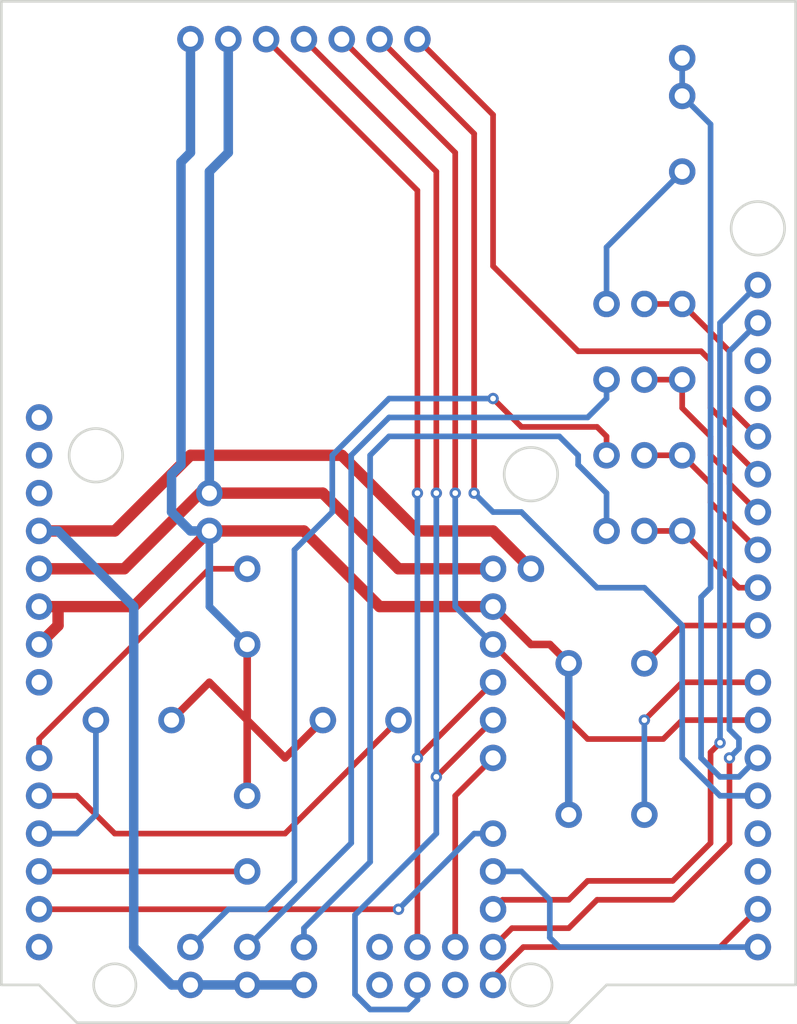
<source format=kicad_pcb>
(kicad_pcb (version 20171130) (host pcbnew "(5.1.9)-1")

  (general
    (thickness 1.6)
    (drawings 49)
    (tracks 298)
    (zones 0)
    (modules 0)
    (nets 1)
  )

  (page User 139.7 215.9)
  (layers
    (0 F.Cu mixed)
    (31 B.Cu mixed)
    (33 F.Adhes user hide)
    (35 F.Paste user hide)
    (37 F.SilkS user hide)
    (38 B.Mask user hide)
    (39 F.Mask user hide)
    (40 Dwgs.User user)
    (41 Cmts.User user hide)
    (42 Eco1.User user hide)
    (43 Eco2.User user hide)
    (44 Edge.Cuts user)
    (45 Margin user hide)
    (46 B.CrtYd user hide)
    (47 F.CrtYd user hide)
    (49 F.Fab user hide)
  )

  (setup
    (last_trace_width 0.381)
    (user_trace_width 0.381)
    (user_trace_width 0.508)
    (user_trace_width 0.635)
    (user_trace_width 0.762)
    (trace_clearance 0.254)
    (zone_clearance 0.508)
    (zone_45_only yes)
    (trace_min 0.1778)
    (via_size 1.524)
    (via_drill 0.889)
    (via_min_size 0.381)
    (via_min_drill 0.2794)
    (user_via 0.762 0.381)
    (user_via 1.27 0.635)
    (user_via 1.778 1.016)
    (user_via 2.286 1.524)
    (uvia_size 0.762)
    (uvia_drill 0.381)
    (uvias_allowed yes)
    (uvia_min_size 0.508)
    (uvia_min_drill 0.254)
    (edge_width 0.1778)
    (segment_width 0.1778)
    (pcb_text_width 0.3)
    (pcb_text_size 1.5 1.5)
    (mod_edge_width 0.1778)
    (mod_text_size 1 1)
    (mod_text_width 0.15)
    (pad_size 1.524 1.524)
    (pad_drill 0.762)
    (pad_to_mask_clearance 0)
    (aux_axis_origin 0 0)
    (grid_origin 8.89 8.89)
    (visible_elements 7FE8B01F)
    (pcbplotparams
      (layerselection 0x01200_ffffffff)
      (usegerberextensions false)
      (usegerberattributes true)
      (usegerberadvancedattributes true)
      (creategerberjobfile true)
      (gerberprecision 5)
      (excludeedgelayer true)
      (linewidth 0.127000)
      (plotframeref true)
      (viasonmask true)
      (mode 1)
      (useauxorigin false)
      (hpglpennumber 1)
      (hpglpenspeed 20)
      (hpglpendiameter 15.000000)
      (psnegative false)
      (psa4output false)
      (plotreference true)
      (plotvalue true)
      (plotinvisibletext false)
      (padsonsilk false)
      (subtractmaskfromsilk true)
      (outputformat 1)
      (mirror false)
      (drillshape 0)
      (scaleselection 1)
      (outputdirectory ""))
  )

  (net 0 "")

  (net_class Default "This is the default net class."
    (clearance 0.254)
    (trace_width 0.381)
    (via_dia 1.524)
    (via_drill 0.889)
    (uvia_dia 0.762)
    (uvia_drill 0.381)
  )

  (gr_line (start 62.23 82.55) (end 74.93 82.55) (layer Edge.Cuts) (width 0.1778) (tstamp 5FDE6659))
  (gr_line (start 59.69 85.09) (end 26.67 85.09) (layer Edge.Cuts) (width 0.1778) (tstamp 5FDE6656))
  (gr_line (start 21.59 82.55) (end 24.13 82.55) (layer Edge.Cuts) (width 0.1778))
  (gr_line (start 59.69 85.09) (end 62.23 82.55) (layer Edge.Cuts) (width 0.1778))
  (gr_line (start 24.13 82.55) (end 26.67 85.09) (layer Edge.Cuts) (width 0.1778))
  (gr_circle (center 27.94 46.99) (end 29.21 48.26) (layer Edge.Cuts) (width 0.1778) (tstamp 604DB379))
  (gr_circle (center 57.15 48.26) (end 58.946051 48.26) (layer Edge.Cuts) (width 0.1778))
  (gr_circle (center 29.21 82.55) (end 30.48 81.915) (layer Edge.Cuts) (width 0.1778))
  (gr_circle (center 57.15 82.55) (end 58.42 83.185) (layer Edge.Cuts) (width 0.1778))
  (gr_circle (center 72.39 31.75) (end 73.66 30.48) (layer Edge.Cuts) (width 0.1778))
  (gr_line (start 74.93 16.51) (end 21.59 16.51) (layer Edge.Cuts) (width 0.1778) (tstamp 5FC4A363))
  (gr_line (start 74.93 82.55) (end 74.93 16.51) (layer Edge.Cuts) (width 0.1778))
  (gr_line (start 21.59 16.51) (end 21.59 82.55) (layer Edge.Cuts) (width 0.1778))
  (gr_line (start 68.58 49.53) (end 68.58 45.72) (layer Dwgs.User) (width 0.15))
  (gr_line (start 60.96 49.53) (end 68.58 49.53) (layer Dwgs.User) (width 0.15))
  (gr_line (start 68.58 45.72) (end 60.96 45.72) (layer Dwgs.User) (width 0.15) (tstamp 5FC35979))
  (gr_line (start 60.96 45.72) (end 60.96 49.53) (layer Dwgs.User) (width 0.15))
  (gr_line (start 68.58 40.64) (end 60.96 40.64) (layer Dwgs.User) (width 0.15) (tstamp 5FC3595A))
  (gr_line (start 60.96 44.45) (end 68.58 44.45) (layer Dwgs.User) (width 0.15))
  (gr_line (start 60.96 40.64) (end 60.96 44.45) (layer Dwgs.User) (width 0.15))
  (gr_line (start 68.58 44.45) (end 68.58 40.64) (layer Dwgs.User) (width 0.15))
  (gr_line (start 68.58 35.56) (end 60.96 35.56) (layer Dwgs.User) (width 0.15) (tstamp 5FC35953))
  (gr_line (start 60.96 35.56) (end 60.96 39.37) (layer Dwgs.User) (width 0.15))
  (gr_line (start 60.96 39.37) (end 68.58 39.37) (layer Dwgs.User) (width 0.15))
  (gr_line (start 68.58 39.37) (end 68.58 35.56) (layer Dwgs.User) (width 0.15))
  (gr_circle (center 30.48 64.77) (end 33.02 64.77) (layer Dwgs.User) (width 0.15))
  (gr_circle (center 62.23 71.12) (end 64.77 71.12) (layer Dwgs.User) (width 0.15))
  (gr_line (start 24.13 45.72) (end 59.69 45.72) (layer Dwgs.User) (width 0.15))
  (gr_line (start 59.69 22.86) (end 24.13 22.86) (layer Dwgs.User) (width 0.15))
  (gr_line (start 68.58 50.8) (end 60.96 50.8) (layer Dwgs.User) (width 0.15) (tstamp 5FC3597F))
  (gr_line (start 68.58 54.61) (end 68.58 50.8) (layer Dwgs.User) (width 0.15))
  (gr_line (start 60.96 54.61) (end 68.58 54.61) (layer Dwgs.User) (width 0.15))
  (gr_line (start 60.96 50.8) (end 60.96 54.61) (layer Dwgs.User) (width 0.15))
  (gr_circle (center 67.31 24.13) (end 67.31 30.48) (layer Dwgs.User) (width 0.15))
  (gr_circle (center 45.72 64.77) (end 48.26 64.77) (layer Dwgs.User) (width 0.15))
  (gr_circle (center 38.1 72.39) (end 38.1 69.85) (layer Dwgs.User) (width 0.15))
  (gr_circle (center 38.1 57.15) (end 38.1 54.61) (layer Dwgs.User) (width 0.15))
  (gr_circle (center 62.23 60.96) (end 64.77 60.96) (layer Dwgs.User) (width 0.15))
  (gr_line (start 59.69 17.78) (end 24.13 17.78) (layer Dwgs.User) (width 0.15) (tstamp 5FC3435D))
  (gr_line (start 59.69 50.8) (end 59.69 17.78) (layer Dwgs.User) (width 0.15))
  (gr_line (start 24.13 50.8) (end 59.69 50.8) (layer Dwgs.User) (width 0.15))
  (gr_line (start 24.13 17.78) (end 24.13 50.8) (layer Dwgs.User) (width 0.15))
  (gr_line (start 53.34 78.74) (end 45.72 78.74) (layer Dwgs.User) (width 0.15) (tstamp 5FC342E7))
  (gr_line (start 53.34 83.82) (end 53.34 78.74) (layer Dwgs.User) (width 0.15))
  (gr_line (start 45.72 83.82) (end 53.34 83.82) (layer Dwgs.User) (width 0.15))
  (gr_line (start 45.72 78.74) (end 45.72 83.82) (layer Dwgs.User) (width 0.15))
  (gr_circle (center 41.91 81.28) (end 41.91 79.375) (layer Dwgs.User) (width 0.15))
  (gr_circle (center 38.1 81.28) (end 38.1 79.375) (layer Dwgs.User) (width 0.15))
  (gr_circle (center 34.29 81.28) (end 34.29 79.375) (layer Dwgs.User) (width 0.15))

  (via blind (at 49.53 67.31) (size 0.762) (drill 0.381) (layers F.Cu B.Cu) (net 0))
  (segment (start 35.56 54.61) (end 24.13 66.04) (width 0.381) (layer F.Cu) (net 0))
  (segment (start 24.13 66.04) (end 24.13 67.31) (width 0.381) (layer F.Cu) (net 0))
  (segment (start 26.67 72.39) (end 24.13 72.39) (width 0.381) (layer B.Cu) (net 0))
  (segment (start 40.64 72.39) (end 29.21 72.39) (width 0.381) (layer F.Cu) (net 0))
  (segment (start 29.21 72.39) (end 26.67 69.85) (width 0.381) (layer F.Cu) (net 0))
  (segment (start 26.67 69.85) (end 24.13 69.85) (width 0.381) (layer F.Cu) (net 0))
  (via blind (at 50.8 68.58) (size 0.762) (drill 0.381) (layers F.Cu B.Cu) (net 0))
  (segment (start 67.31 64.77) (end 66.04 66.04) (width 0.381) (layer F.Cu) (net 0))
  (segment (start 67.31 62.23) (end 64.77 64.77) (width 0.381) (layer F.Cu) (net 0))
  (via blind (at 64.77 64.77) (size 0.762) (drill 0.381) (layers F.Cu B.Cu) (net 0))
  (segment (start 43.815 46.99) (end 43.815 50.8) (width 0.381) (layer B.Cu) (net 0))
  (segment (start 47.625 43.18) (end 43.815 46.99) (width 0.381) (layer B.Cu) (net 0))
  (segment (start 47.625 44.45) (end 45.085 46.99) (width 0.381) (layer B.Cu) (net 0))
  (segment (start 62.23 43.18) (end 60.96 44.45) (width 0.381) (layer B.Cu) (net 0))
  (via (at 49.53 49.53) (size 0.762) (drill 0.381) (layers F.Cu B.Cu) (net 0))
  (segment (start 49.53 49.53) (end 49.53 67.31) (width 0.381) (layer B.Cu) (net 0) (tstamp 5FC36653))
  (via (at 50.8 49.53) (size 0.762) (drill 0.381) (layers F.Cu B.Cu) (net 0))
  (via (at 52.07 49.53) (size 0.762) (drill 0.381) (layers F.Cu B.Cu) (net 0))
  (segment (start 52.07 49.53) (end 52.07 57.15) (width 0.381) (layer B.Cu) (net 0) (tstamp 5FC3664F))
  (segment (start 52.07 57.15) (end 54.61 59.69) (width 0.381) (layer B.Cu) (net 0))
  (segment (start 48.26 54.61) (end 43.18 49.53) (width 0.762) (layer F.Cu) (net 0))
  (segment (start 43.18 49.53) (end 35.56 49.53) (width 0.762) (layer F.Cu) (net 0))
  (segment (start 62.23 33.02) (end 67.31 27.94) (width 0.381) (layer B.Cu) (net 0))
  (segment (start 52.07 69.85) (end 52.07 80.01) (width 0.381) (layer F.Cu) (net 0))
  (segment (start 49.53 67.31) (end 49.53 80.01) (width 0.381) (layer F.Cu) (net 0) (tstamp 5FC35249))
  (segment (start 27.94 71.12) (end 26.67 72.39) (width 0.381) (layer B.Cu) (net 0))
  (via (at 49.53 82.55) (size 1.778) (drill 1.016) (layers F.Cu B.Cu) (net 0))
  (via (at 49.53 80.01) (size 1.778) (drill 1.016) (layers F.Cu B.Cu) (net 0))
  (via (at 52.07 80.01) (size 1.778) (drill 1.016) (layers F.Cu B.Cu) (net 0))
  (via (at 52.07 82.55) (size 1.778) (drill 1.016) (layers F.Cu B.Cu) (net 0))
  (via (at 46.99 80.01) (size 1.778) (drill 1.016) (layers F.Cu B.Cu) (net 0))
  (via (at 46.99 82.55) (size 1.778) (drill 1.016) (layers F.Cu B.Cu) (net 0))
  (via (at 54.61 82.55) (size 1.778) (drill 1.016) (layers F.Cu B.Cu) (net 0))
  (via (at 54.61 80.01) (size 1.778) (drill 1.016) (layers F.Cu B.Cu) (net 0))
  (via (at 54.61 77.47) (size 1.778) (drill 1.016) (layers F.Cu B.Cu) (net 0))
  (via (at 41.91 82.55) (size 1.778) (drill 1.016) (layers F.Cu B.Cu) (net 0))
  (via (at 41.91 80.01) (size 1.778) (drill 1.016) (layers F.Cu B.Cu) (net 0))
  (via (at 38.1 80.01) (size 1.778) (drill 1.016) (layers F.Cu B.Cu) (net 0))
  (via (at 38.1 82.55) (size 1.778) (drill 1.016) (layers F.Cu B.Cu) (net 0))
  (via (at 34.29 80.01) (size 1.778) (drill 1.016) (layers F.Cu B.Cu) (net 0))
  (via (at 24.13 74.93) (size 1.778) (drill 1.016) (layers F.Cu B.Cu) (net 0))
  (via (at 24.13 72.39) (size 1.778) (drill 1.016) (layers F.Cu B.Cu) (net 0))
  (via (at 24.13 69.85) (size 1.778) (drill 1.016) (layers F.Cu B.Cu) (net 0))
  (via (at 24.13 67.31) (size 1.778) (drill 1.016) (layers F.Cu B.Cu) (net 0))
  (via (at 24.13 80.01) (size 1.778) (drill 1.016) (layers F.Cu B.Cu) (net 0))
  (via (at 72.39 80.01) (size 1.778) (drill 1.016) (layers F.Cu B.Cu) (net 0))
  (via (at 72.39 77.47) (size 1.778) (drill 1.016) (layers F.Cu B.Cu) (net 0))
  (via (at 72.39 74.93) (size 1.778) (drill 1.016) (layers F.Cu B.Cu) (net 0))
  (via (at 72.39 72.39) (size 1.778) (drill 1.016) (layers F.Cu B.Cu) (net 0))
  (via (at 72.39 67.31) (size 1.778) (drill 1.016) (layers F.Cu B.Cu) (net 0))
  (segment (start 72.39 64.77) (end 67.31 64.77) (width 0.381) (layer F.Cu) (net 0) (tstamp 5FDE63AB))
  (via (at 72.39 64.77) (size 1.778) (drill 1.016) (layers F.Cu B.Cu) (net 0))
  (segment (start 72.39 62.23) (end 67.31 62.23) (width 0.381) (layer F.Cu) (net 0) (tstamp 5FDE63AD))
  (via (at 72.39 62.23) (size 1.778) (drill 1.016) (layers F.Cu B.Cu) (net 0))
  (via (at 72.39 58.42) (size 1.778) (drill 1.016) (layers F.Cu B.Cu) (net 0))
  (via (at 72.39 55.88) (size 1.778) (drill 1.016) (layers F.Cu B.Cu) (net 0))
  (via (at 72.39 53.34) (size 1.778) (drill 1.016) (layers F.Cu B.Cu) (net 0))
  (via (at 72.39 50.8) (size 1.778) (drill 1.016) (layers F.Cu B.Cu) (net 0))
  (via (at 72.39 48.26) (size 1.778) (drill 1.016) (layers F.Cu B.Cu) (net 0))
  (via (at 72.39 45.72) (size 1.778) (drill 1.016) (layers F.Cu B.Cu) (net 0))
  (via (at 72.39 43.18) (size 1.778) (drill 1.016) (layers F.Cu B.Cu) (net 0))
  (via (at 72.39 40.64) (size 1.778) (drill 1.016) (layers F.Cu B.Cu) (net 0))
  (via (at 72.39 38.1) (size 1.778) (drill 1.016) (layers F.Cu B.Cu) (net 0))
  (via (at 72.39 35.56) (size 1.778) (drill 1.016) (layers F.Cu B.Cu) (net 0))
  (via (at 67.31 36.83) (size 1.778) (drill 1.016) (layers F.Cu B.Cu) (net 0))
  (via (at 64.77 36.83) (size 1.778) (drill 1.016) (layers F.Cu B.Cu) (net 0))
  (via (at 62.23 36.83) (size 1.778) (drill 1.016) (layers F.Cu B.Cu) (net 0))
  (via (at 62.23 41.91) (size 1.778) (drill 1.016) (layers F.Cu B.Cu) (net 0))
  (segment (start 62.23 41.91) (end 62.23 43.18) (width 0.381) (layer B.Cu) (net 0) (tstamp 5FDE63C3))
  (via (at 64.77 41.91) (size 1.778) (drill 1.016) (layers F.Cu B.Cu) (net 0))
  (via (at 67.31 41.91) (size 1.778) (drill 1.016) (layers F.Cu B.Cu) (net 0))
  (via (at 67.31 46.99) (size 1.778) (drill 1.016) (layers F.Cu B.Cu) (net 0))
  (via (at 64.77 46.99) (size 1.778) (drill 1.016) (layers F.Cu B.Cu) (net 0))
  (via (at 62.23 46.99) (size 1.778) (drill 1.016) (layers F.Cu B.Cu) (net 0))
  (via (at 62.23 52.07) (size 1.778) (drill 1.016) (layers F.Cu B.Cu) (net 0))
  (via (at 64.77 52.07) (size 1.778) (drill 1.016) (layers F.Cu B.Cu) (net 0))
  (via (at 67.31 52.07) (size 1.778) (drill 1.016) (layers F.Cu B.Cu) (net 0))
  (via (at 64.77 60.96) (size 1.778) (drill 1.016) (layers F.Cu B.Cu) (net 0))
  (via (at 59.69 60.96) (size 1.778) (drill 1.016) (layers F.Cu B.Cu) (net 0))
  (via (at 64.77 71.12) (size 1.778) (drill 1.016) (layers F.Cu B.Cu) (net 0))
  (via (at 59.69 71.12) (size 1.778) (drill 1.016) (layers F.Cu B.Cu) (net 0))
  (segment (start 54.61 67.31) (end 52.07 69.85) (width 0.381) (layer F.Cu) (net 0) (tstamp 5FDE63D7))
  (via (at 54.61 67.31) (size 1.778) (drill 1.016) (layers F.Cu B.Cu) (net 0))
  (segment (start 54.61 64.77) (end 50.8 68.58) (width 0.381) (layer F.Cu) (net 0) (tstamp 5FDE63D9))
  (via (at 54.61 64.77) (size 1.778) (drill 1.016) (layers F.Cu B.Cu) (net 0))
  (segment (start 54.61 62.23) (end 49.53 67.31) (width 0.381) (layer F.Cu) (net 0) (tstamp 5FDE63DB))
  (via (at 54.61 62.23) (size 1.778) (drill 1.016) (layers F.Cu B.Cu) (net 0))
  (via (at 54.61 59.69) (size 1.778) (drill 1.016) (layers F.Cu B.Cu) (net 0))
  (via (at 54.61 57.15) (size 1.778) (drill 1.016) (layers F.Cu B.Cu) (net 0))
  (segment (start 54.61 54.61) (end 48.26 54.61) (width 0.762) (layer F.Cu) (net 0) (tstamp 5FDE63E1))
  (via (at 54.61 54.61) (size 1.778) (drill 1.016) (layers F.Cu B.Cu) (net 0))
  (segment (start 48.26 64.77) (end 40.64 72.39) (width 0.381) (layer F.Cu) (net 0) (tstamp 5FDE63E3))
  (via (at 48.26 64.77) (size 1.778) (drill 1.016) (layers F.Cu B.Cu) (net 0))
  (via (at 43.18 64.77) (size 1.778) (drill 1.016) (layers F.Cu B.Cu) (net 0))
  (via (at 38.1 69.85) (size 1.778) (drill 1.016) (layers F.Cu B.Cu) (net 0))
  (segment (start 38.1 74.93) (end 24.13 74.93) (width 0.381) (layer F.Cu) (net 0) (tstamp 5FDE63F8))
  (via (at 38.1 74.93) (size 1.778) (drill 1.016) (layers F.Cu B.Cu) (net 0))
  (segment (start 38.1 54.61) (end 35.56 54.61) (width 0.381) (layer F.Cu) (net 0) (tstamp 5FDE63FA))
  (via (at 38.1 54.61) (size 1.778) (drill 1.016) (layers F.Cu B.Cu) (net 0))
  (via (at 38.1 59.69) (size 1.778) (drill 1.016) (layers F.Cu B.Cu) (net 0))
  (via (at 33.02 64.77) (size 1.778) (drill 1.016) (layers F.Cu B.Cu) (net 0))
  (segment (start 27.94 64.77) (end 27.94 71.12) (width 0.381) (layer B.Cu) (net 0) (tstamp 5FDE6400))
  (via (at 27.94 64.77) (size 1.778) (drill 1.016) (layers F.Cu B.Cu) (net 0))
  (via (at 24.13 62.23) (size 1.778) (drill 1.016) (layers F.Cu B.Cu) (net 0))
  (via (at 24.13 59.69) (size 1.778) (drill 1.016) (layers F.Cu B.Cu) (net 0))
  (via (at 24.13 57.15) (size 1.778) (drill 1.016) (layers F.Cu B.Cu) (net 0))
  (via (at 24.13 54.61) (size 1.778) (drill 1.016) (layers F.Cu B.Cu) (net 0))
  (via (at 24.13 52.07) (size 1.778) (drill 1.016) (layers F.Cu B.Cu) (net 0))
  (via (at 24.13 49.53) (size 1.778) (drill 1.016) (layers F.Cu B.Cu) (net 0))
  (via (at 24.13 46.99) (size 1.778) (drill 1.016) (layers F.Cu B.Cu) (net 0))
  (via (at 24.13 44.45) (size 1.778) (drill 1.016) (layers F.Cu B.Cu) (net 0))
  (via (at 49.53 19.05) (size 1.778) (drill 1.016) (layers F.Cu B.Cu) (net 0))
  (via (at 44.45 19.05) (size 1.778) (drill 1.016) (layers F.Cu B.Cu) (net 0))
  (via (at 41.91 19.05) (size 1.778) (drill 1.016) (layers F.Cu B.Cu) (net 0))
  (via (at 39.37 19.05) (size 1.778) (drill 1.016) (layers F.Cu B.Cu) (net 0))
  (via (at 36.83 19.05) (size 1.778) (drill 1.016) (layers F.Cu B.Cu) (net 0))
  (via (at 34.29 19.05) (size 1.778) (drill 1.016) (layers F.Cu B.Cu) (net 0))
  (via (at 67.31 27.94) (size 1.778) (drill 1.016) (layers F.Cu B.Cu) (net 0))
  (via (at 67.31 20.32) (size 1.778) (drill 1.016) (layers F.Cu B.Cu) (net 0))
  (segment (start 43.815 50.8) (end 41.275 53.34) (width 0.381) (layer B.Cu) (net 0))
  (segment (start 50.8 49.53) (end 50.8 68.58) (width 0.381) (layer B.Cu) (net 0))
  (via (at 67.31 22.86) (size 1.778) (drill 1.016) (layers F.Cu B.Cu) (net 0))
  (segment (start 67.31 22.86) (end 67.31 20.32) (width 0.381) (layer B.Cu) (net 0))
  (segment (start 49.53 29.21) (end 39.37 19.05) (width 0.381) (layer F.Cu) (net 0))
  (segment (start 49.53 49.53) (end 49.53 29.21) (width 0.381) (layer F.Cu) (net 0))
  (segment (start 50.8 27.94) (end 41.91 19.05) (width 0.381) (layer F.Cu) (net 0))
  (segment (start 50.8 49.53) (end 50.8 27.94) (width 0.381) (layer F.Cu) (net 0))
  (segment (start 52.07 26.67) (end 44.45 19.05) (width 0.381) (layer F.Cu) (net 0))
  (segment (start 52.07 49.53) (end 52.07 26.67) (width 0.381) (layer F.Cu) (net 0))
  (segment (start 54.61 24.13) (end 49.53 19.05) (width 0.381) (layer F.Cu) (net 0))
  (segment (start 54.61 34.29) (end 54.61 24.13) (width 0.381) (layer F.Cu) (net 0))
  (segment (start 24.13 59.69) (end 25.4 58.42) (width 0.762) (layer F.Cu) (net 0))
  (segment (start 25.4 58.42) (end 25.4 57.15) (width 0.762) (layer F.Cu) (net 0))
  (segment (start 60.96 66.04) (end 54.61 59.69) (width 0.381) (layer F.Cu) (net 0))
  (segment (start 60.96 66.04) (end 66.04 66.04) (width 0.381) (layer F.Cu) (net 0) (tstamp 601AB4D7))
  (segment (start 47.625 44.45) (end 60.96 44.45) (width 0.381) (layer B.Cu) (net 0))
  (segment (start 47.625 43.18) (end 54.61 43.18) (width 0.381) (layer B.Cu) (net 0))
  (via (at 24.13 77.47) (size 1.778) (drill 1.016) (layers F.Cu B.Cu) (net 0))
  (via (at 54.61 72.39) (size 1.778) (drill 1.016) (layers F.Cu B.Cu) (net 0))
  (via blind (at 48.26 77.47) (size 0.762) (drill 0.381) (layers F.Cu B.Cu) (net 0))
  (segment (start 54.61 72.39) (end 53.34 72.39) (width 0.381) (layer B.Cu) (net 0))
  (segment (start 53.34 72.39) (end 48.26 77.47) (width 0.381) (layer B.Cu) (net 0))
  (via (at 34.29 82.55) (size 1.778) (drill 1.016) (layers F.Cu B.Cu) (net 0))
  (segment (start 25.4 52.07) (end 30.48 57.15) (width 0.635) (layer B.Cu) (net 0))
  (segment (start 24.13 52.07) (end 25.4 52.07) (width 0.635) (layer B.Cu) (net 0))
  (segment (start 35.56 57.15) (end 38.1 59.69) (width 0.508) (layer B.Cu) (net 0))
  (segment (start 40.64 67.31) (end 43.18 64.77) (width 0.508) (layer F.Cu) (net 0))
  (segment (start 33.02 64.77) (end 35.56 62.23) (width 0.508) (layer F.Cu) (net 0))
  (segment (start 35.56 62.23) (end 40.64 67.31) (width 0.508) (layer F.Cu) (net 0))
  (segment (start 38.1 59.69) (end 38.1 69.85) (width 0.508) (layer F.Cu) (net 0))
  (via blind (at 54.61 43.18) (size 0.762) (drill 0.381) (layers F.Cu B.Cu) (net 0))
  (segment (start 48.26 77.47) (end 24.13 77.47) (width 0.381) (layer F.Cu) (net 0))
  (segment (start 30.48 57.15) (end 30.48 80.01) (width 0.635) (layer B.Cu) (net 0))
  (segment (start 30.48 80.01) (end 33.02 82.55) (width 0.635) (layer B.Cu) (net 0))
  (segment (start 33.02 82.55) (end 34.29 82.55) (width 0.635) (layer B.Cu) (net 0))
  (segment (start 34.29 82.55) (end 38.1 82.55) (width 0.635) (layer B.Cu) (net 0))
  (segment (start 38.1 82.55) (end 41.91 82.55) (width 0.635) (layer B.Cu) (net 0))
  (segment (start 34.29 80.01) (end 36.83 77.47) (width 0.381) (layer B.Cu) (net 0))
  (segment (start 36.83 77.47) (end 39.37 77.47) (width 0.381) (layer B.Cu) (net 0))
  (segment (start 39.37 77.47) (end 41.275 75.565) (width 0.381) (layer B.Cu) (net 0))
  (segment (start 38.1 80.01) (end 45.085 73.025) (width 0.381) (layer B.Cu) (net 0))
  (segment (start 45.085 46.99) (end 45.085 73.025) (width 0.381) (layer B.Cu) (net 0))
  (segment (start 41.91 80.01) (end 41.91 78.74) (width 0.381) (layer B.Cu) (net 0))
  (segment (start 41.91 78.74) (end 46.355 74.295) (width 0.381) (layer B.Cu) (net 0))
  (segment (start 41.275 75.565) (end 41.275 53.34) (width 0.381) (layer B.Cu) (net 0))
  (segment (start 70.485 43.815) (end 72.39 45.72) (width 0.381) (layer F.Cu) (net 0))
  (segment (start 70.485 40.005) (end 70.485 43.815) (width 0.381) (layer F.Cu) (net 0))
  (segment (start 54.61 34.29) (end 60.325 40.005) (width 0.381) (layer F.Cu) (net 0))
  (segment (start 60.325 40.005) (end 68.58 40.005) (width 0.381) (layer F.Cu) (net 0))
  (segment (start 68.58 40.005) (end 69.215 40.64) (width 0.381) (layer F.Cu) (net 0))
  (segment (start 69.215 40.64) (end 69.215 43.815) (width 0.381) (layer F.Cu) (net 0))
  (segment (start 69.215 43.815) (end 70.485 45.085) (width 0.381) (layer F.Cu) (net 0))
  (segment (start 70.485 46.355) (end 72.39 48.26) (width 0.381) (layer F.Cu) (net 0))
  (segment (start 70.485 45.085) (end 70.485 46.355) (width 0.381) (layer F.Cu) (net 0))
  (segment (start 70.485 48.895) (end 72.39 50.8) (width 0.381) (layer F.Cu) (net 0))
  (segment (start 69.215 46.99) (end 69.215 45.72) (width 0.381) (layer F.Cu) (net 0))
  (segment (start 70.485 48.26) (end 69.215 46.99) (width 0.381) (layer F.Cu) (net 0))
  (segment (start 62.23 46.99) (end 62.23 45.72) (width 0.381) (layer F.Cu) (net 0))
  (segment (start 62.23 45.72) (end 61.595 45.085) (width 0.381) (layer F.Cu) (net 0))
  (segment (start 56.515 45.085) (end 54.61 43.18) (width 0.381) (layer F.Cu) (net 0))
  (segment (start 61.595 45.085) (end 56.515 45.085) (width 0.381) (layer F.Cu) (net 0))
  (segment (start 62.23 36.83) (end 62.23 33.02) (width 0.381) (layer B.Cu) (net 0))
  (segment (start 64.77 64.77) (end 64.77 71.12) (width 0.381) (layer B.Cu) (net 0))
  (segment (start 67.31 58.42) (end 64.77 60.96) (width 0.381) (layer F.Cu) (net 0))
  (segment (start 72.39 58.42) (end 67.31 58.42) (width 0.381) (layer F.Cu) (net 0))
  (segment (start 59.69 60.96) (end 59.69 71.12) (width 0.508) (layer B.Cu) (net 0))
  (segment (start 46.355 74.295) (end 46.355 46.99) (width 0.381) (layer B.Cu) (net 0))
  (segment (start 46.355 46.99) (end 47.625 45.72) (width 0.381) (layer B.Cu) (net 0))
  (segment (start 47.625 45.72) (end 59.055 45.72) (width 0.381) (layer B.Cu) (net 0))
  (segment (start 59.055 45.72) (end 60.325 46.99) (width 0.381) (layer B.Cu) (net 0))
  (segment (start 60.325 46.99) (end 60.325 47.625) (width 0.381) (layer B.Cu) (net 0))
  (segment (start 60.325 47.625) (end 62.23 49.53) (width 0.381) (layer B.Cu) (net 0))
  (segment (start 62.23 49.53) (end 62.23 52.07) (width 0.381) (layer B.Cu) (net 0))
  (segment (start 59.69 60.96) (end 58.42 59.69) (width 0.508) (layer F.Cu) (net 0))
  (segment (start 58.42 59.69) (end 57.15 59.69) (width 0.508) (layer F.Cu) (net 0))
  (segment (start 57.15 59.69) (end 54.61 57.15) (width 0.508) (layer F.Cu) (net 0))
  (segment (start 69.85 38.1) (end 72.39 35.56) (width 0.381) (layer B.Cu) (net 0))
  (segment (start 72.39 38.1) (end 70.485 40.005) (width 0.381) (layer B.Cu) (net 0))
  (segment (start 72.39 67.31) (end 71.12 68.58) (width 0.381) (layer B.Cu) (net 0))
  (segment (start 71.12 66.675) (end 71.12 66.04) (width 0.381) (layer B.Cu) (net 0))
  (segment (start 71.12 66.04) (end 70.485 65.405) (width 0.381) (layer B.Cu) (net 0))
  (segment (start 70.485 65.405) (end 70.485 40.005) (width 0.381) (layer B.Cu) (net 0))
  (segment (start 70.485 67.31) (end 71.12 66.675) (width 0.381) (layer B.Cu) (net 0) (tstamp 604DA6BC))
  (via blind (at 70.485 67.31) (size 0.762) (drill 0.381) (layers F.Cu B.Cu) (net 0))
  (via blind (at 69.85 66.294) (size 0.762) (drill 0.381) (layers F.Cu B.Cu) (net 0))
  (segment (start 71.12 68.58) (end 69.85 68.58) (width 0.381) (layer B.Cu) (net 0))
  (segment (start 69.85 68.58) (end 68.58 67.31) (width 0.381) (layer B.Cu) (net 0))
  (segment (start 68.58 67.31) (end 68.58 56.515) (width 0.381) (layer B.Cu) (net 0))
  (segment (start 68.58 56.515) (end 69.215 55.88) (width 0.381) (layer B.Cu) (net 0))
  (segment (start 69.215 55.88) (end 69.215 24.765) (width 0.381) (layer B.Cu) (net 0))
  (segment (start 67.31 22.86) (end 69.215 24.765) (width 0.381) (layer B.Cu) (net 0))
  (segment (start 69.85 38.1) (end 69.85 66.294) (width 0.381) (layer B.Cu) (net 0))
  (segment (start 69.85 66.294) (end 69.215 66.929) (width 0.381) (layer F.Cu) (net 0))
  (segment (start 69.215 66.929) (end 69.215 73.025) (width 0.381) (layer F.Cu) (net 0))
  (segment (start 69.215 73.025) (end 66.675 75.565) (width 0.381) (layer F.Cu) (net 0))
  (segment (start 70.485 67.31) (end 70.485 73.025) (width 0.381) (layer F.Cu) (net 0))
  (segment (start 35.56 52.07) (end 35.56 57.15) (width 0.508) (layer B.Cu) (net 0) (tstamp 604DB1A0))
  (via (at 35.56 52.07) (size 1.778) (drill 1.016) (layers F.Cu B.Cu) (net 0))
  (via (at 35.56 49.53) (size 1.778) (drill 1.016) (layers F.Cu B.Cu) (net 0))
  (segment (start 35.56 49.53) (end 35.56 27.94) (width 0.635) (layer B.Cu) (net 0))
  (segment (start 36.83 26.67) (end 36.83 19.05) (width 0.635) (layer B.Cu) (net 0))
  (segment (start 35.56 27.94) (end 36.83 26.67) (width 0.635) (layer B.Cu) (net 0))
  (segment (start 34.29 19.05) (end 34.29 26.67) (width 0.635) (layer B.Cu) (net 0))
  (segment (start 34.29 26.67) (end 33.655 27.305) (width 0.635) (layer B.Cu) (net 0))
  (segment (start 33.655 27.305) (end 33.655 47.625) (width 0.635) (layer B.Cu) (net 0))
  (segment (start 33.655 47.625) (end 33.02 48.26) (width 0.635) (layer B.Cu) (net 0))
  (segment (start 33.02 48.26) (end 33.02 50.8) (width 0.635) (layer B.Cu) (net 0))
  (segment (start 33.02 50.8) (end 34.29 52.07) (width 0.635) (layer B.Cu) (net 0))
  (segment (start 34.29 52.07) (end 35.56 52.07) (width 0.635) (layer B.Cu) (net 0))
  (via (at 57.15 54.61) (size 1.778) (drill 1.016) (layers F.Cu B.Cu) (net 0))
  (segment (start 57.15 54.61) (end 54.61 52.07) (width 0.762) (layer F.Cu) (net 0))
  (segment (start 54.61 52.07) (end 49.53 52.07) (width 0.762) (layer F.Cu) (net 0))
  (segment (start 49.53 52.07) (end 44.45 46.99) (width 0.762) (layer F.Cu) (net 0))
  (via (at 46.99 19.05) (size 1.778) (drill 1.016) (layers F.Cu B.Cu) (net 0))
  (via (at 53.34 49.53) (size 0.762) (drill 0.381) (layers F.Cu B.Cu) (net 0))
  (segment (start 56.515 50.8) (end 54.61 50.8) (width 0.381) (layer B.Cu) (net 0))
  (segment (start 54.61 50.8) (end 53.34 49.53) (width 0.381) (layer B.Cu) (net 0))
  (segment (start 72.39 69.85) (end 69.85 69.85) (width 0.381) (layer B.Cu) (net 0))
  (segment (start 67.31 58.42) (end 67.31 67.31) (width 0.381) (layer B.Cu) (net 0))
  (segment (start 64.77 55.88) (end 67.31 58.42) (width 0.381) (layer B.Cu) (net 0))
  (segment (start 67.31 67.31) (end 69.85 69.85) (width 0.381) (layer B.Cu) (net 0))
  (segment (start 61.595 55.88) (end 56.515 50.8) (width 0.381) (layer B.Cu) (net 0))
  (segment (start 64.77 55.88) (end 61.595 55.88) (width 0.381) (layer B.Cu) (net 0))
  (segment (start 53.34 49.53) (end 53.34 25.4) (width 0.381) (layer F.Cu) (net 0))
  (segment (start 53.34 25.4) (end 46.99 19.05) (width 0.381) (layer F.Cu) (net 0))
  (via (at 72.39 69.85) (size 1.778) (drill 1.016) (layers F.Cu B.Cu) (net 0))
  (segment (start 50.8 72.39) (end 50.8 68.58) (width 0.381) (layer B.Cu) (net 0))
  (segment (start 45.339 77.851) (end 50.8 72.39) (width 0.381) (layer B.Cu) (net 0))
  (segment (start 45.339 83.185) (end 45.339 77.851) (width 0.381) (layer B.Cu) (net 0))
  (segment (start 46.355 84.201) (end 45.339 83.185) (width 0.381) (layer B.Cu) (net 0))
  (segment (start 48.895 84.201) (end 46.355 84.201) (width 0.381) (layer B.Cu) (net 0))
  (segment (start 49.53 83.566) (end 48.895 84.201) (width 0.381) (layer B.Cu) (net 0))
  (segment (start 49.53 82.55) (end 49.53 83.566) (width 0.381) (layer B.Cu) (net 0))
  (segment (start 44.45 46.99) (end 34.29 46.99) (width 0.762) (layer F.Cu) (net 0))
  (segment (start 34.29 46.99) (end 29.21 52.07) (width 0.762) (layer F.Cu) (net 0))
  (segment (start 29.21 52.07) (end 24.13 52.07) (width 0.762) (layer F.Cu) (net 0))
  (segment (start 35.56 49.53) (end 34.925 49.53) (width 0.762) (layer F.Cu) (net 0))
  (segment (start 34.925 49.53) (end 29.845 54.61) (width 0.762) (layer F.Cu) (net 0))
  (segment (start 35.56 52.07) (end 30.48 57.15) (width 0.762) (layer F.Cu) (net 0))
  (segment (start 29.845 54.61) (end 24.13 54.61) (width 0.762) (layer F.Cu) (net 0))
  (segment (start 30.48 57.15) (end 25.4 57.15) (width 0.762) (layer F.Cu) (net 0))
  (segment (start 25.4 57.15) (end 24.13 57.15) (width 0.762) (layer F.Cu) (net 0))
  (segment (start 67.31 52.07) (end 71.12 55.88) (width 0.381) (layer F.Cu) (net 0))
  (segment (start 72.39 55.88) (end 71.12 55.88) (width 0.381) (layer F.Cu) (net 0))
  (segment (start 67.31 46.99) (end 64.77 46.99) (width 0.381) (layer F.Cu) (net 0))
  (segment (start 67.31 41.91) (end 64.77 41.91) (width 0.381) (layer F.Cu) (net 0))
  (segment (start 67.31 41.91) (end 67.31 43.815) (width 0.381) (layer F.Cu) (net 0))
  (segment (start 67.31 43.815) (end 69.215 45.72) (width 0.381) (layer F.Cu) (net 0))
  (segment (start 70.485 48.895) (end 70.485 48.26) (width 0.381) (layer F.Cu) (net 0))
  (segment (start 69.215 48.895) (end 67.31 46.99) (width 0.381) (layer F.Cu) (net 0))
  (segment (start 72.39 53.34) (end 69.215 50.165) (width 0.381) (layer F.Cu) (net 0))
  (segment (start 69.215 48.895) (end 69.215 50.165) (width 0.381) (layer F.Cu) (net 0))
  (segment (start 70.485 40.005) (end 67.31 36.83) (width 0.381) (layer F.Cu) (net 0))
  (segment (start 67.31 36.83) (end 64.77 36.83) (width 0.381) (layer F.Cu) (net 0))
  (segment (start 35.56 52.07) (end 41.91 52.07) (width 0.762) (layer F.Cu) (net 0))
  (segment (start 41.91 52.07) (end 46.99 57.15) (width 0.762) (layer F.Cu) (net 0))
  (segment (start 46.99 57.15) (end 54.61 57.15) (width 0.762) (layer F.Cu) (net 0))
  (segment (start 54.61 77.47) (end 55.245 76.835) (width 0.381) (layer F.Cu) (net 0))
  (segment (start 55.245 76.835) (end 59.69 76.835) (width 0.381) (layer F.Cu) (net 0))
  (segment (start 54.61 82.042) (end 54.61 82.55) (width 0.381) (layer F.Cu) (net 0))
  (segment (start 54.61 82.042) (end 56.642 80.01) (width 0.381) (layer F.Cu) (net 0))
  (segment (start 54.61 80.01) (end 55.88 78.74) (width 0.381) (layer F.Cu) (net 0))
  (segment (start 55.88 78.74) (end 59.69 78.74) (width 0.381) (layer F.Cu) (net 0))
  (segment (start 60.96 75.565) (end 59.69 76.835) (width 0.381) (layer F.Cu) (net 0))
  (segment (start 66.675 75.565) (end 60.96 75.565) (width 0.381) (layer F.Cu) (net 0))
  (segment (start 59.69 78.74) (end 61.595 76.835) (width 0.381) (layer F.Cu) (net 0))
  (segment (start 61.595 76.835) (end 66.675 76.835) (width 0.381) (layer F.Cu) (net 0))
  (segment (start 66.675 76.835) (end 70.485 73.025) (width 0.381) (layer F.Cu) (net 0))
  (via (at 54.61 74.93) (size 1.778) (drill 1.016) (layers F.Cu B.Cu) (net 0))
  (segment (start 54.61 74.93) (end 56.515 74.93) (width 0.381) (layer B.Cu) (net 0))
  (segment (start 56.515 74.93) (end 58.42 76.835) (width 0.381) (layer B.Cu) (net 0))
  (segment (start 58.42 76.835) (end 58.42 79.375) (width 0.381) (layer B.Cu) (net 0))
  (segment (start 58.42 79.375) (end 59.055 80.01) (width 0.381) (layer B.Cu) (net 0))
  (segment (start 59.055 80.01) (end 72.39 80.01) (width 0.381) (layer B.Cu) (net 0))
  (segment (start 69.85 80.01) (end 72.39 77.47) (width 0.381) (layer F.Cu) (net 0))
  (segment (start 56.642 80.01) (end 69.85 80.01) (width 0.381) (layer F.Cu) (net 0))
  (segment (start 64.77 52.07) (end 67.31 52.07) (width 0.381) (layer F.Cu) (net 0))

)

</source>
